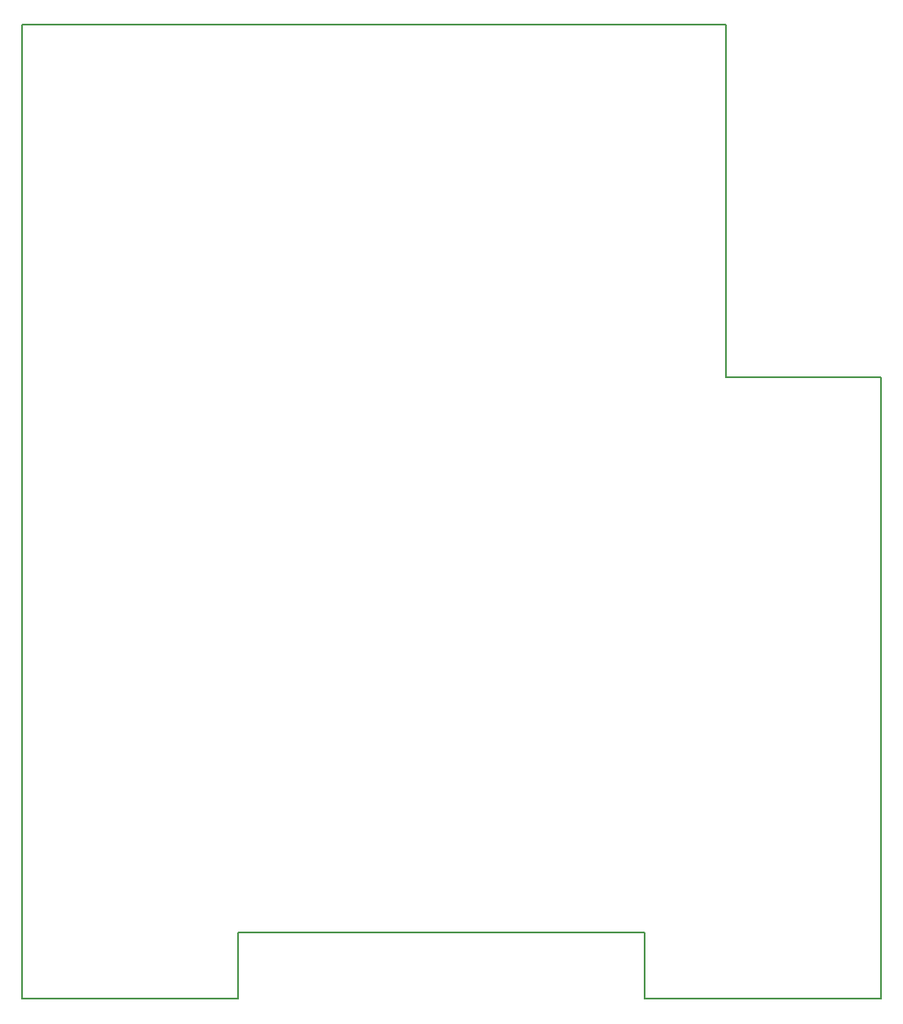
<source format=gbr>
%TF.GenerationSoftware,KiCad,Pcbnew,(5.1.9)-1*%
%TF.CreationDate,2021-04-11T22:57:34-03:00*%
%TF.ProjectId,PCB_TP_Prof,5043425f-5450-45f5-9072-6f662e6b6963,rev?*%
%TF.SameCoordinates,Original*%
%TF.FileFunction,Profile,NP*%
%FSLAX46Y46*%
G04 Gerber Fmt 4.6, Leading zero omitted, Abs format (unit mm)*
G04 Created by KiCad (PCBNEW (5.1.9)-1) date 2021-04-11 22:57:34*
%MOMM*%
%LPD*%
G01*
G04 APERTURE LIST*
%TA.AperFunction,Profile*%
%ADD10C,0.150000*%
%TD*%
G04 APERTURE END LIST*
D10*
X118364000Y-143256000D02*
X118364000Y-149860000D01*
X77724000Y-149860000D02*
X56134000Y-149860000D01*
X77724000Y-143256000D02*
X77724000Y-149860000D01*
X118364000Y-143256000D02*
X77724000Y-143256000D01*
X141986000Y-149860000D02*
X118364000Y-149860000D01*
X141986000Y-87757000D02*
X141986000Y-149860000D01*
X126492000Y-87757000D02*
X141986000Y-87757000D01*
X126492000Y-52578000D02*
X126492000Y-87757000D01*
X56134000Y-52578000D02*
X126492000Y-52578000D01*
X56134000Y-149860000D02*
X56134000Y-52578000D01*
M02*

</source>
